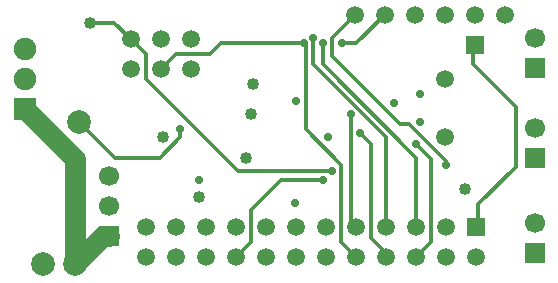
<source format=gbr>
G04 DipTrace 3.0.0.2*
G04 Inner1.gbr*
%MOIN*%
G04 #@! TF.FileFunction,Copper,L2,Inr*
G04 #@! TF.Part,Single*
G04 #@! TA.AperFunction,Conductor*
%ADD14C,0.012992*%
G04 #@! TA.AperFunction,ComponentPad*
%ADD16C,0.059055*%
G04 #@! TA.AperFunction,Conductor*
%ADD18C,0.070866*%
G04 #@! TA.AperFunction,ComponentPad*
%ADD27C,0.066929*%
%ADD30R,0.066929X0.066929*%
%ADD32C,0.07874*%
%ADD35R,0.059055X0.059055*%
%ADD36R,0.074803X0.074803*%
%ADD38C,0.074803*%
%ADD39C,0.059055*%
G04 #@! TA.AperFunction,ViaPad*
%ADD46C,0.027559*%
%ADD48C,0.04*%
%FSLAX26Y26*%
G04*
G70*
G90*
G75*
G01*
G04 Inner1*
%LPD*%
X531220Y993673D2*
D18*
X699972Y824921D1*
Y474979D1*
X793732Y568739D1*
X812487D1*
X1525232Y756258D2*
D14*
X1387551D1*
X1287545Y656252D1*
Y549992D1*
X1237474Y499921D1*
X1618824Y974848D2*
Y599921D1*
X1637474D1*
X1462240Y1212556D2*
X1468701D1*
Y924971D1*
X1587576Y806096D1*
Y549819D1*
X1637474Y499921D1*
X1462240Y1212556D2*
X1187530D1*
X1150026Y1175052D1*
X1037605D1*
X987476Y1124924D1*
X1737474Y499921D2*
Y512596D1*
X1687587Y562483D1*
Y875021D1*
X1650083Y912525D1*
X1493736Y1231308D2*
Y1143685D1*
X1737474Y899947D1*
Y599921D1*
X1525232Y1212556D2*
Y1143416D1*
X1837474Y831174D1*
Y599921D1*
X1556728Y787512D2*
X1243786D1*
X937508Y1093790D1*
Y1174892D1*
X887476Y1224924D1*
X749988Y1281314D2*
X831087D1*
X887476Y1224924D1*
X1937450Y806220D2*
Y818928D1*
X1812657Y943720D1*
X1781201D1*
X1556201Y1168720D1*
Y1231151D1*
X1631223Y1306173D1*
X1588224Y1212424D2*
X1637474D1*
X1731223Y1306173D1*
X1050020Y925026D2*
Y900024D1*
X981262Y831266D1*
X831247D1*
X712484Y950029D1*
X1837451Y874971D2*
X1887608Y824814D1*
Y550055D1*
X1837474Y499921D1*
X2031373Y1206306D2*
X2025122D1*
Y1143799D1*
X2168887Y1000034D1*
Y800013D1*
X2043874Y675000D1*
Y593521D1*
X2037474Y599921D1*
D46*
X1850104Y1043789D3*
D48*
X1293724Y1074924D3*
D46*
X1431310Y681251D3*
D48*
X993718Y900024D3*
X1287545Y975031D3*
D46*
X1762450Y1012471D3*
X1850104Y950029D3*
D48*
X1112526Y700001D3*
D46*
X1525232Y756258D3*
X1618824Y974848D3*
X1462240Y1212556D3*
D3*
X1650083Y912525D3*
X1543701Y899970D3*
X1112526Y756258D3*
X1493736Y1231308D3*
X1525232Y1212556D3*
D48*
X1999974Y724924D3*
D46*
X1556728Y787512D3*
D48*
X749988Y1281314D3*
D46*
X1937450Y806220D3*
X1588224Y1212424D3*
X1437474Y1018673D3*
X1050020Y925026D3*
X1837451Y874971D3*
D48*
X1268793Y831266D3*
D27*
X2231399Y1231298D3*
D30*
Y1131298D3*
X2231224Y512423D3*
D27*
Y612423D3*
D30*
X812487Y568739D3*
D27*
Y668739D3*
Y768739D3*
D32*
X593723Y474924D3*
X699972Y474979D3*
D16*
X1631223Y1306173D3*
X1731223D3*
X1831223D3*
X1931223D3*
X2031223D3*
X2131224D3*
D32*
X712484Y950029D3*
D35*
X2031373Y1206306D3*
D30*
X2231224Y831173D3*
D27*
Y931173D3*
D36*
X531220Y993673D3*
D38*
Y1093673D3*
Y1193673D3*
D35*
X2037474Y599921D3*
D39*
Y499921D3*
X1937474Y599921D3*
Y499921D3*
X1837474Y599921D3*
Y499921D3*
X1737474Y599921D3*
Y499921D3*
X1637474Y599921D3*
Y499921D3*
X1537474Y599921D3*
Y499921D3*
X1437474Y599921D3*
Y499921D3*
X1337474Y599921D3*
Y499921D3*
X1237474Y599921D3*
Y499921D3*
X1137474Y599921D3*
Y499921D3*
X1037474Y599921D3*
Y499921D3*
X937474Y599921D3*
Y499921D3*
X1931354Y1093794D3*
Y900054D3*
X887476Y1124924D3*
X987476D3*
X1087476D3*
Y1224924D3*
X987476D3*
X887476D3*
M02*

</source>
